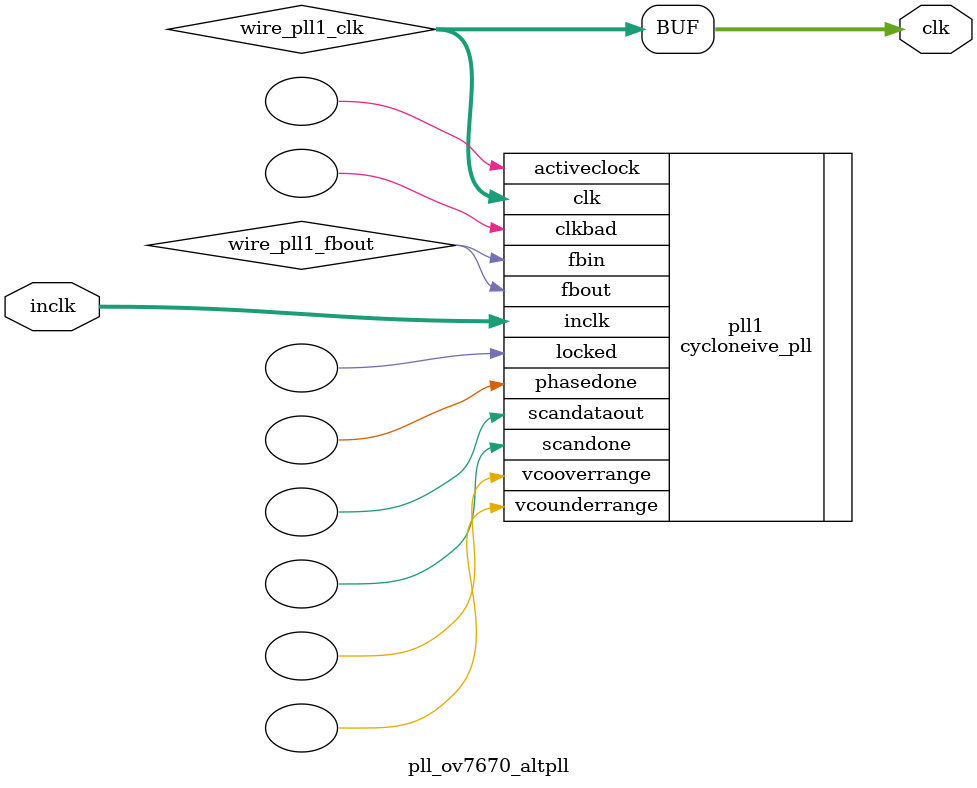
<source format=v>






//synthesis_resources = cycloneive_pll 1 
//synopsys translate_off
`timescale 1 ps / 1 ps
//synopsys translate_on
module  pll_ov7670_altpll
	( 
	clk,
	inclk) /* synthesis synthesis_clearbox=1 */;
	output   [4:0]  clk;
	input   [1:0]  inclk;
`ifndef ALTERA_RESERVED_QIS
// synopsys translate_off
`endif
	tri0   [1:0]  inclk;
`ifndef ALTERA_RESERVED_QIS
// synopsys translate_on
`endif

	wire  [4:0]   wire_pll1_clk;
	wire  wire_pll1_fbout;

	cycloneive_pll   pll1
	( 
	.activeclock(),
	.clk(wire_pll1_clk),
	.clkbad(),
	.fbin(wire_pll1_fbout),
	.fbout(wire_pll1_fbout),
	.inclk(inclk),
	.locked(),
	.phasedone(),
	.scandataout(),
	.scandone(),
	.vcooverrange(),
	.vcounderrange()
	`ifndef FORMAL_VERIFICATION
	// synopsys translate_off
	`endif
	,
	.areset(1'b0),
	.clkswitch(1'b0),
	.configupdate(1'b0),
	.pfdena(1'b1),
	.phasecounterselect({3{1'b0}}),
	.phasestep(1'b0),
	.phaseupdown(1'b0),
	.scanclk(1'b0),
	.scanclkena(1'b1),
	.scandata(1'b0)
	`ifndef FORMAL_VERIFICATION
	// synopsys translate_on
	`endif
	);
	defparam
		pll1.bandwidth_type = "auto",
		pll1.clk0_divide_by = 1,
		pll1.clk0_duty_cycle = 50,
		pll1.clk0_multiply_by = 4,
		pll1.clk0_phase_shift = "0",
		pll1.clk1_divide_by = 25,
		pll1.clk1_duty_cycle = 50,
		pll1.clk1_multiply_by = 12,
		pll1.clk1_phase_shift = "0",
		pll1.clk2_divide_by = 25,
		pll1.clk2_duty_cycle = 50,
		pll1.clk2_multiply_by = 24,
		pll1.clk2_phase_shift = "0",
		pll1.clk3_divide_by = 500,
		pll1.clk3_duty_cycle = 50,
		pll1.clk3_multiply_by = 1,
		pll1.clk3_phase_shift = "0",
		pll1.compensate_clock = "clk0",
		pll1.inclk0_input_frequency = 20000,
		pll1.operation_mode = "normal",
		pll1.pll_type = "auto",
		pll1.lpm_type = "cycloneive_pll";
	assign
		clk = {wire_pll1_clk[4:0]};
endmodule //pll_ov7670_altpll
//VALID FILE

</source>
